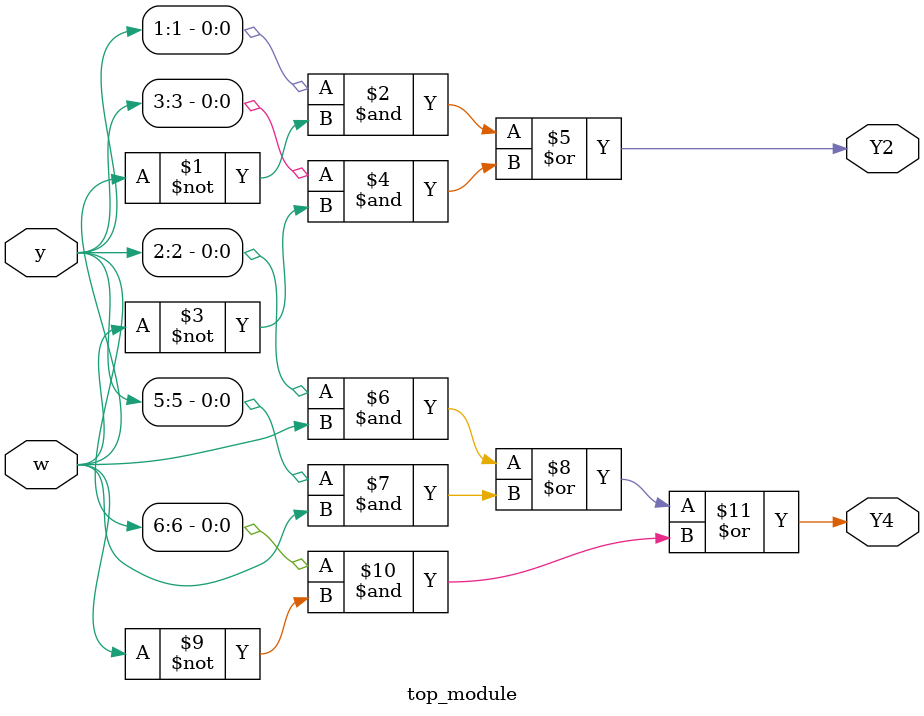
<source format=sv>
module top_module (
    input [6:1] y,
    input w,
    output Y2,
    output Y4
);

// Next-state logic for y[2] (state B and C)
assign Y2 = (y[1] & ~w) | (y[3] & ~w);

// Next-state logic for y[4] (state D and E)
assign Y4 = (y[2] & w) | (y[5] & w) | (y[6] & ~w);

endmodule

</source>
